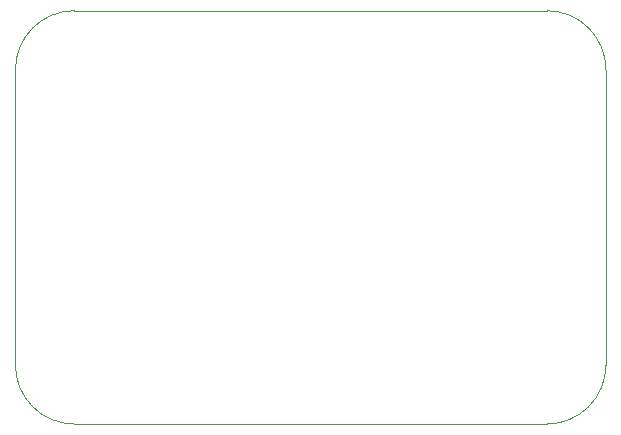
<source format=gbr>
%TF.GenerationSoftware,KiCad,Pcbnew,(6.0.0)*%
%TF.CreationDate,2022-06-11T23:43:57+12:00*%
%TF.ProjectId,Canmaster_HW,43616e6d-6173-4746-9572-5f48572e6b69,rev?*%
%TF.SameCoordinates,Original*%
%TF.FileFunction,Profile,NP*%
%FSLAX46Y46*%
G04 Gerber Fmt 4.6, Leading zero omitted, Abs format (unit mm)*
G04 Created by KiCad (PCBNEW (6.0.0)) date 2022-06-11 23:43:57*
%MOMM*%
%LPD*%
G01*
G04 APERTURE LIST*
%TA.AperFunction,Profile*%
%ADD10C,0.100000*%
%TD*%
G04 APERTURE END LIST*
D10*
X120000000Y-90000000D02*
G75*
G03*
X125000000Y-85000000I0J5000000D01*
G01*
X80000000Y-90000000D02*
X120000000Y-90000000D01*
X120000000Y-55000000D02*
X80000000Y-55000000D01*
X80000000Y-55000000D02*
G75*
G03*
X75000000Y-60000000I0J-5000000D01*
G01*
X125000000Y-60000000D02*
G75*
G03*
X120000000Y-55000000I-5000000J0D01*
G01*
X75000000Y-60000000D02*
X75000000Y-85000000D01*
X75000000Y-85000000D02*
G75*
G03*
X80000000Y-90000000I5000000J0D01*
G01*
X125000000Y-85000000D02*
X125000000Y-60000000D01*
M02*

</source>
